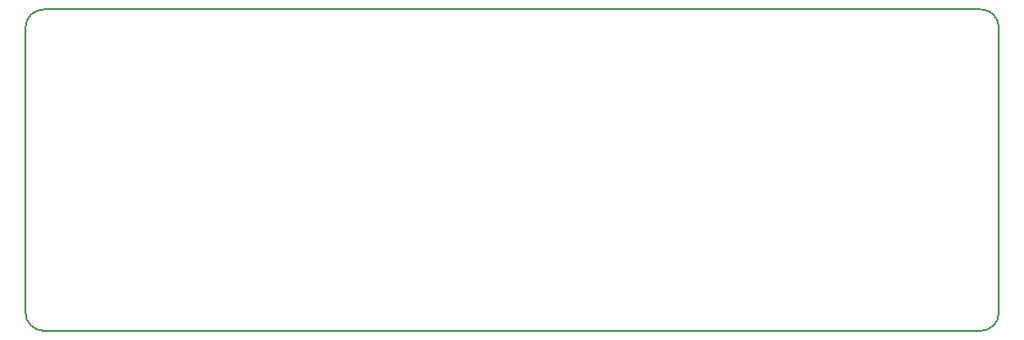
<source format=gbr>
%TF.GenerationSoftware,KiCad,Pcbnew,7.0.8-7.0.8~ubuntu22.04.1*%
%TF.CreationDate,2023-10-30T20:16:39+11:00*%
%TF.ProjectId,Strelka_Flight_Computer,53747265-6c6b-4615-9f46-6c696768745f,2*%
%TF.SameCoordinates,Original*%
%TF.FileFunction,Profile,NP*%
%FSLAX46Y46*%
G04 Gerber Fmt 4.6, Leading zero omitted, Abs format (unit mm)*
G04 Created by KiCad (PCBNEW 7.0.8-7.0.8~ubuntu22.04.1) date 2023-10-30 20:16:39*
%MOMM*%
%LPD*%
G01*
G04 APERTURE LIST*
%TA.AperFunction,Profile*%
%ADD10C,0.200000*%
%TD*%
G04 APERTURE END LIST*
D10*
X189276002Y-50060595D02*
X189276002Y-76730795D01*
X98259606Y-76670200D02*
G75*
G03*
X99959602Y-78410594I1720194J-20200D01*
G01*
X187555802Y-48311075D02*
X99999997Y-48311104D01*
X98259607Y-50000000D02*
X98259607Y-76670200D01*
X189275995Y-50060595D02*
G75*
G03*
X187555802Y-48311075I-1679395J69195D01*
G01*
X187555802Y-78410595D02*
X99959602Y-78410595D01*
X100000000Y-48310943D02*
G75*
G03*
X98259609Y-50000000I-20200J-1720357D01*
G01*
X187555801Y-78410631D02*
G75*
G03*
X189276002Y-76730795I39799J1679931D01*
G01*
M02*

</source>
